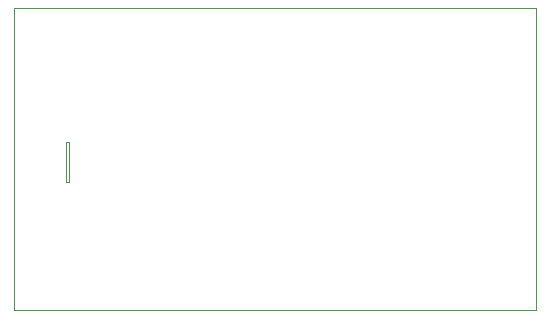
<source format=gbr>
%TF.GenerationSoftware,KiCad,Pcbnew,(7.0.0)*%
%TF.CreationDate,2023-11-14T21:29:09+01:00*%
%TF.ProjectId,reversepcb1,72657665-7273-4657-9063-62312e6b6963,rev?*%
%TF.SameCoordinates,Original*%
%TF.FileFunction,Profile,NP*%
%FSLAX46Y46*%
G04 Gerber Fmt 4.6, Leading zero omitted, Abs format (unit mm)*
G04 Created by KiCad (PCBNEW (7.0.0)) date 2023-11-14 21:29:09*
%MOMM*%
%LPD*%
G01*
G04 APERTURE LIST*
%TA.AperFunction,Profile*%
%ADD10C,0.100000*%
%TD*%
G04 APERTURE END LIST*
D10*
X125590000Y-98250000D02*
X169820000Y-98250000D01*
X169820000Y-98250000D02*
X169820000Y-123840000D01*
X169820000Y-123840000D02*
X125590000Y-123840000D01*
X125590000Y-123840000D02*
X125590000Y-98250000D01*
X129990000Y-109600000D02*
X130250000Y-109600000D01*
X130250000Y-109600000D02*
X130250000Y-113040000D01*
X130250000Y-113040000D02*
X129990000Y-113040000D01*
X129990000Y-113040000D02*
X129990000Y-109600000D01*
M02*

</source>
